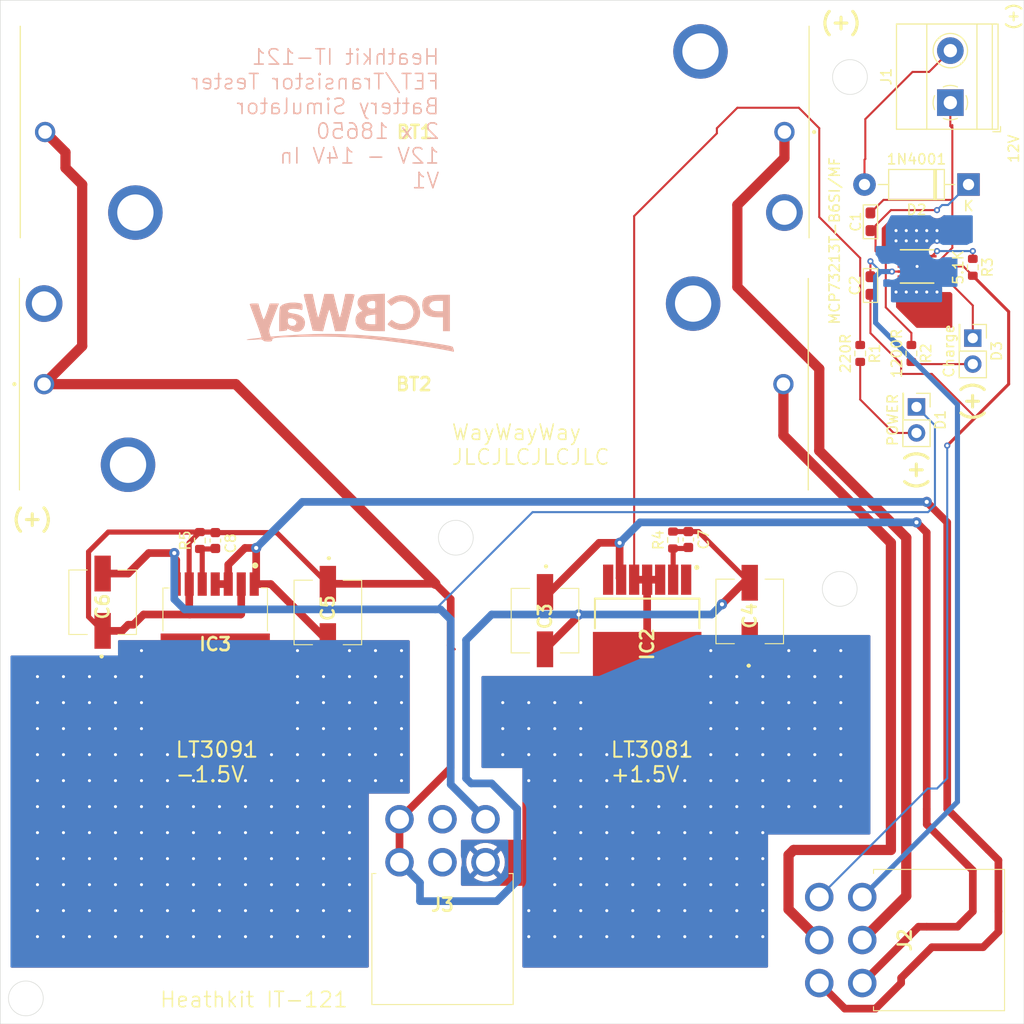
<source format=kicad_pcb>
(kicad_pcb (version 20240108) (generator "pcbnew") (generator_version "8.0")
  (layers (0 "F.Cu" signal) (31 "B.Cu" signal) (34 "B.Paste" user) (35 "F.Paste" user) (36 "B.SilkS" user "B.Silkscreen") (37 "F.SilkS" user "F.Silkscreen") (38 "B.Mask" user) (39 "F.Mask" user) (44 "Edge.Cuts" user))
  (net 0 "")
  (net 1 "BT1")
  (net 2 "BT2")
  (net 3 "Net-(D2-A)")
  (net 4 "B+_UNREG")
  (net 5 "VIRTUAL_GROUND")
  (net 6 "B-_UNREG")
  (net 7 "POS_ALKALINE")
  (net 8 "NEG_ALKALINE")
  (net 9 "POS_SET")
  (net 10 "NEG_SET")
  (net 11 "Net-(D1-A)")
  (net 12 "V_CHARGE")
  (net 13 "Net-(D3-A)")
  (net 14 "MCP_STATUS")
  (net 15 "GND_CHARGE")
  (net 16 "Net-(IC1-PROG)")
  (net 17 "VBAT")
  (net 20 "unconnected-(IC1-EP-Pad11)")
  (footprint "Battery:1043" (layer "F.Cu") (at 126.6 62.87)
    (property "Reference" "BT1")
    (property "Value" "18650" (hide yes))
  )
  (footprint "Resistor_SMD:R_0603_1608Metric" (layer "F.Cu") (at 115.71 102.725 90)
    (property "Reference" "R4")
    (property "Value" "30.1K")
  )
  (footprint "PCM_Capacitor_SMD_AKL:C_0603_1608Metric_Pad1.08x0.95mm_HandSolder" (layer "F.Cu") (at 135 71.6375 90)
    (property "Reference" "C1")
    (property "Value" "1uF")
  )
  (footprint "WurthCap:865080343009" (layer "F.Cu") (at 82 108.675 -90)
    (property "Reference" "C5")
    (property "Value" "100uF" (hide yes))
  )
  (footprint "Resistor_SMD:R_0603_1608Metric" (layer "F.Cu") (at 134 84.5 -90)
    (property "Reference" "R1")
    (property "Value" "220R")
  )
  (footprint "Battery:1043" (layer "F.Cu") (at 54.28 87.5 180)
    (property "Reference" "BT2")
    (property "Value" "18650" (hide yes))
  )
  (footprint "pcie:455580003" (layer "F.Cu") (at 97.4 134.2 180)
    (property "Reference" "J3")
    (property "Value" "POWER OUT" (hide yes))
  )
  (footprint "Resistor_SMD:R_0603_1608Metric" (layer "F.Cu") (at 69.5 102.773282 90)
    (property "Reference" "R5")
    (property "Value" "30.1K")
  )
  (footprint "Resistor_SMD:R_0603_1608Metric" (layer "F.Cu") (at 139 84.5 -90)
    (property "Reference" "R2")
    (property "Value" "1200R")
  )
  (footprint "WurthCap:865080343009" (layer "F.Cu") (at 123.21 110.825 90)
    (property "Reference" "C4")
    (property "Value" "100uF" (hide yes))
  )
  (footprint "WurthCap:865080343009" (layer "F.Cu") (at 60 109.925 90)
    (property "Reference" "C6")
    (property "Value" "100uF" (hide yes))
  )
  (footprint "pcie:455580003" (layer "F.Cu") (at 134.2 137.6 -90)
    (property "Reference" "J2")
    (property "Value" "SWITCH" (hide yes))
  )
  (footprint "Connector_PinHeader_2.54mm:PinHeader_2x01_P2.54mm_Vertical" (layer "F.Cu") (at 145 83 -90)
    (property "Reference" "D3")
    (property "Value" "Charge")
  )
  (footprint "LT3091:LT3091HRPBF" (layer "F.Cu") (at 71 111.664 180)
    (property "Reference" "IC3")
    (property "Value" "LT3091HR#PBF" (hide yes))
  )
  (footprint "MCP73213T:DFN10_3x3MC_MCH-M" (layer "F.Cu") (at 139.5554 75.999999)
    (property "Reference" "IC1" (hide yes))
    (property "Value" "MCP73213T-B6SI/MF")
  )
  (footprint "Capacitor_SMD:C_0603_1608Metric" (layer "F.Cu") (at 117.21 102.675 90)
    (property "Reference" "C7")
    (property "Value" "1uF")
  )
  (footprint "Connector_PinHeader_2.54mm:PinHeader_2x01_P2.54mm_Vertical" (layer "F.Cu") (at 139.5 89.725 -90)
    (property "Reference" "D1")
    (property "Value" "POWER")
  )
  (footprint "Capacitor_SMD:C_0603_1608Metric" (layer "F.Cu") (at 71.010312 102.775 90)
    (property "Reference" "C8")
    (property "Value" "1uF")
  )
  (footprint "LT3081:TO127P1394X457-8N" (layer "F.Cu") (at 113.19 112.9 -90)
    (property "Reference" "IC2")
    (property "Value" "LT3081ER#PBF" (hide yes))
  )
  (footprint "WurthCap:865080343009" (layer "F.Cu") (at 103.21 109.475 -90)
    (property "Reference" "C3")
    (property "Value" "100uF" (hide yes))
  )
  (footprint "Diode_THT:D_DO-41_SOD81_P10.16mm_Horizontal" (layer "F.Cu") (at 144.58 68 180)
    (property "Reference" "D2")
    (property "Value" "1N4001")
  )
  (footprint "TerminalBlock_Phoenix:TerminalBlock_Phoenix_MKDS-1,5-2-5.08_1x02_P5.08mm_Horizontal" (layer "F.Cu") (at 142.805 60 90)
    (property "Reference" "J1")
    (property "Value" "12V")
  )
  (footprint "Resistor_SMD:R_0603_1608Metric" (layer "F.Cu") (at 145 76.0875 -90)
    (property "Reference" "R3")
    (property "Value" "5.1K")
  )
  (footprint "PCM_Capacitor_SMD_AKL:C_0603_1608Metric_Pad1.08x0.95mm_HandSolder" (layer "F.Cu") (at 135 77.8625 -90)
    (property "Reference" "C2")
    (property "Value" "1uF")
  )
  (footprint "pcbway:PCBWAY_LOGO" (layer "B.Cu") (at 83 81.225049 180)
    (property "Reference" "G***" (hide yes))
    (property "Value" "LOGO" (hide yes))
  )
  (gr_circle (center 94.5 102.5) (end 96.2 102.5) (stroke (width 0.05)) (fill none) (layer "Edge.Cuts"))
  (gr_circle (center 52.5 147.5) (end 54.2 147.5) (stroke (width 0.05)) (fill none) (layer "Edge.Cuts"))
  (gr_rect (start 50 50) (end 150 150) (stroke (width 0.05)) (fill none) (layer "Edge.Cuts"))
  (gr_circle (center 133 57.5) (end 134.7 57.5) (stroke (width 0.05)) (fill none) (layer "Edge.Cuts"))
  (gr_circle (center 132 107.5) (end 133.7 107.5) (stroke (width 0.05)) (fill none) (layer "Edge.Cuts"))
  (gr_text "Heathkit IT-121\nFET/Transistor Tester\nBattery Simulator\n2 x 18650\n12V - 14V In\nV1" (at 93 68.5 0) (layer "B.SilkS") (effects (font (size 1.5 1.5)) (justify left bottom mirror)))
  (gr_text "(+)" (at 130 53 0) (layer "F.SilkS") (effects (font (size 1.5 1.5) (thickness 0.3) (bold yes)) (justify left bottom)))
  (gr_text "LT3091\n-1.5V" (at 67 126.5 0) (layer "F.SilkS") (effects (font (size 1.5 1.5) (thickness 0.2) (bold yes)) (justify left bottom)))
  (gr_text "Heathkit IT-121\n" (at 65.5 148.5 0) (layer "F.SilkS") (effects (font (size 1.5 1.5)) (justify left bottom)))
  (gr_text "(+)" (at 145.746132 91.296084 90) (layer "F.SilkS") (effects (font (size 1.5 1.5) (thickness 0.3) (bold yes)) (justify left bottom)))
  (gr_text "(+)" (at 140.25185 97.999157 90) (layer "F.SilkS") (effects (font (size 1.5 1.5) (thickness 0.3) (bold yes)) (justify left bottom)))
  (gr_text "(+)" (at 149.5 53 90) (layer "F.SilkS") (effects (font (size 1 1) (thickness 0.2) (bold yes)) (justify left bottom)))
  (gr_text "WayWayWay\nJLCJLCJLCJLC" (at 94 95.5 0) (layer "F.SilkS") (effects (font (size 1.5 1.5)) (justify left bottom)))
  (gr_text "LT3081\n+1.5V" (at 109.5 126.5 0) (layer "F.SilkS") (effects (font (size 1.5 1.5) (thickness 0.2) (bold yes)) (justify left bottom)))
  (gr_text "(+)" (at 51 101.5 0) (layer "F.SilkS") (effects (font (size 1.5 1.5) (thickness 0.3) (bold yes)) (justify left bottom)))
  (segment (start 138.5 102.5) (end 138.5 137.5) (width 1) (layer "F.Cu") (net 1))
  (segment (start 138.5 137.5) (end 134.2 141.8) (width 1) (layer "F.Cu") (net 1))
  (segment (start 122 70) (end 122 78) (width 1) (layer "F.Cu") (net 1))
  (segment (start 126.6 65.4) (end 122 70) (width 1) (layer "F.Cu") (net 1))
  (segment (start 122 78) (end 130 86) (width 1) (layer "F.Cu") (net 1))
  (segment (start 130 86) (end 130 94) (width 1) (layer "F.Cu") (net 1))
  (segment (start 126.6 62.87) (end 126.6 65.4) (width 1) (layer "F.Cu") (net 1))
  (segment (start 130 94) (end 138.5 102.5) (width 1) (layer "F.Cu") (net 1))
  (segment (start 127 138.8) (end 130 141.8) (width 1) (layer "F.Cu") (net 2))
  (segment (start 137 103) (end 137 133) (width 1) (layer "F.Cu") (net 2))
  (segment (start 137 133) (end 127.5 133) (width 1) (layer "F.Cu") (net 2))
  (segment (start 127 133.5) (end 127 138.8) (width 1) (layer "F.Cu") (net 2))
  (segment (start 126.5 87.5) (end 126.5 92.5) (width 1) (layer "F.Cu") (net 2))
  (segment (start 126.5 92.5) (end 137 103) (width 1) (layer "F.Cu") (net 2))
  (segment (start 127.5 133) (end 127 133.5) (width 1) (layer "F.Cu") (net 2))
  (segment (start 139.109487 57) (end 140.725 57) (width 0.2) (layer "F.Cu") (net 3))
  (segment (start 134.42 65.58) (end 134.5 65.5) (width 0.2) (layer "F.Cu") (net 3))
  (segment (start 134.5 61.609487) (end 139.109487 57) (width 0.2) (layer "F.Cu") (net 3))
  (segment (start 134.42 68) (end 134.42 65.58) (width 0.2) (layer "F.Cu") (net 3))
  (segment (start 134.5 65.5) (end 134.5 61.609487) (width 0.2) (layer "F.Cu") (net 3))
  (segment (start 140.725 57) (end 142.805 54.92) (width 0.2) (layer "F.Cu") (net 3))
  (segment (start 110.5 106.45) (end 110.65 106.6) (width 0.75) (layer "F.Cu") (net 4))
  (segment (start 110.5 103) (end 110.5 106.45) (width 0.75) (layer "F.Cu") (net 4))
  (segment (start 144.5 139.5) (end 145 139) (width 0.75) (layer "F.Cu") (net 4))
  (segment (start 103.21 107.8) (end 103.7 107.8) (width 0.75) (layer "F.Cu") (net 4))
  (segment (start 140.5 140.5) (end 143.5 140.5) (width 0.75) (layer "F.Cu") (net 4))
  (segment (start 145 139) (end 145 135) (width 0.75) (layer "F.Cu") (net 4))
  (segment (start 103.7 107.8) (end 108.5 103) (width 0.75) (layer "F.Cu") (net 4))
  (segment (start 143.5 140.5) (end 144.5 139.5) (width 0.75) (layer "F.Cu") (net 4))
  (segment (start 139.7 140.5) (end 140.5 140.5) (width 0.75) (layer "F.Cu") (net 4))
  (segment (start 140.5 129) (end 140.5 102) (width 0.75) (layer "F.Cu") (net 4))
  (segment (start 108.5 103) (end 110.5 103) (width 0.75) (layer "F.Cu") (net 4))
  (segment (start 134.2 146) (end 139.7 140.5) (width 0.75) (layer "F.Cu") (net 4))
  (segment (start 145 135) (end 140.5 130.5) (width 0.75) (layer "F.Cu") (net 4))
  (segment (start 140.5 102) (end 139.5 101) (width 0.75) (layer "F.Cu") (net 4))
  (segment (start 140.5 130.5) (end 140.5 129) (width 0.75) (layer "F.Cu") (net 4))
  (via (at 110.5 103) (size 1) (drill 0.4) (layers "F.Cu" "B.Cu") (net 4))
  (via (at 139.5 101) (size 1) (drill 0.4) (layers "F.Cu" "B.Cu") (net 4))
  (segment (start 112.5 101) (end 110.5 103) (width 0.75) (layer "B.Cu") (net 4))
  (segment (start 139.5 101) (end 112.5 101) (width 0.75) (layer "B.Cu") (net 4))
  (segment (start 106.5 110.11) (end 106.5 110) (width 0.2) (layer "F.Cu") (net 5))
  (segment (start 60.551718 101.948282) (end 69.5 101.948282) (width 0.5) (layer "F.Cu") (net 5))
  (segment (start 89 134.2) (end 89 130) (width 0.75) (layer "F.Cu") (net 5))
  (segment (start 58 68) (end 58 83.78) (width 1) (layer "F.Cu") (net 5))
  (segment (start 62.5 111) (end 61.9 111.6) (width 0.75) (layer "F.Cu") (net 5))
  (segment (start 92.5 107) (end 94 108.5) (width 0.75) (layer "F.Cu") (net 5))
  (segment (start 77 102) (end 82 107) (width 0.5) (layer "F.Cu") (net 5))
  (segment (start 68.45 102.998282) (end 69.5 101.948282) (width 0.5) (layer "F.Cu") (net 5))
  (segment (start 103.21 113.4) (end 106.5 110.11) (width 0.75) (layer "F.Cu") (net 5))
  (segment (start 94 108.5) (end 94 113) (width 0.75) (layer "F.Cu") (net 5))
  (segment (start 117.21 101.9) (end 118.21 101.9) (width 0.5) (layer "F.Cu") (net 5))
  (segment (start 61.9 111.6) (end 60 111.6) (width 0.75) (layer "F.Cu") (net 5))
  (segment (start 68.45 107.018) (end 68.45 102.998282) (width 0.5) (layer "F.Cu") (net 5))
  (segment (start 64 110) (end 63 111) (width 0.75) (layer "F.Cu") (net 5))
  (segment (start 58.625 103.875) (end 60.551718 101.948282) (width 0.5) (layer "F.Cu") (net 5))
  (segment (start 68.46 107.028) (end 68.46 109.96) (width 0.75) (layer "F.Cu") (net 5))
  (segment (start 73.54 109.96) (end 73.54 107.028) (width 0.75) (layer "F.Cu") (net 5))
  (segment (start 56.3725 64.8625) (end 56.3725 66.3725) (width 1) (layer "F.Cu") (net 5))
  (segment (start 68.5 110) (end 64 110) (width 0.75) (layer "F.Cu") (net 5))
  (segment (start 68.46 109.96) (end 68.5 110) (width 0.75) (layer "F.Cu") (net 5))
  (segment (start 73.5 110) (end 73.54 109.96) (width 0.75) (layer "F.Cu") (net 5))
  (segment (start 69.5 101.948282) (end 70.958594 101.948282) (width 0.5) (layer "F.Cu") (net 5))
  (segment (start 94 125) (end 89 130) (width 0.75) (layer "F.Cu") (net 5))
  (segment (start 94.4 113.4) (end 94 113) (width 0.2) (layer "F.Cu") (net 5))
  (segment (start 117.21 101.9) (end 115.71 101.9) (width 0.5) (layer "F.Cu") (net 5))
  (segment (start 94 113) (end 94 125) (width 0.75) (layer "F.Cu") (net 5))
  (segment (start 54.28 87.5) (end 73 87.5) (width 1) (layer "F.Cu") (net 5))
  (segment (start 56.3725 66.3725) (end 58 68) (width 1) (layer "F.Cu") (net 5))
  (segment (start 60 111.6) (end 58.625 110.225) (width 0.5) (layer "F.Cu") (net 5))
  (segment (start 58 83.78) (end 54.28 87.5) (width 1) (layer "F.Cu") (net 5))
  (segment (start 120.5 109) (end 122.6 106.9) (width 0.75) (layer "F.Cu") (net 5))
  (segment (start 58.625 110.225) (end 58.625 103.875) (width 0.5) (layer "F.Cu") (net 5))
  (segment (start 54.38 62.87) (end 56.3725 64.8625) (width 1) (layer "F.Cu") (net 5))
  (segment (start 82 107) (end 92.5 107) (width 0.75) (layer "F.Cu") (net 5))
  (segment (start 70.958594 101.948282) (end 71.010312 102) (width 0.2) (layer "F.Cu") (net 5))
  (segment (start 63 111) (end 62.5 111) (width 0.75) (layer "F.Cu") (net 5))
  (segment (start 73 87.5) (end 92.5 107) (width 1) (layer "F.Cu") (net 5))
  (segment (start 118.21 101.9) (end 123.21 106.9) (width 0.5) (layer "F.Cu") (net 5))
  (segment (start 68.5 110) (end 73.5 110) (width 0.75) (layer "F.Cu") (net 5))
  (segment (start 122.6 106.9) (end 123.21 106.9) (width 0.2) (layer "F.Cu") (net 5))
  (segment (start 68.46 107.028) (end 68.45 107.018) (width 0.5) (layer "F.Cu") (net 5))
  (segment (start 71.010312 102) (end 77 102) (width 0.5) (layer "F.Cu") (net 5))
  (via (at 106.5 110) (size 1) (drill 0.4) (layers "F.Cu" "B.Cu") (net 5))
  (via (at 120.5 109) (size 1) (drill 0.4) (layers "F.Cu" "B.Cu") (net 5))
  (segment (start 98 110) (end 95.5 112.5) (width 0.75) (layer "B.Cu") (net 5))
  (segment (start 95.5 112.5) (end 95.5 126) (width 0.75) (layer "B.Cu") (net 5))
  (segment (start 100.5 136) (end 98.5 138) (width 0.75) (layer "B.Cu") (net 5))
  (segment (start 91 136.2) (end 89 134.2) (width 0.75) (layer "B.Cu") (net 5))
  (segment (start 100.5 129) (end 100.5 136) (width 0.75) (layer "B.Cu") (net 5))
  (segment (start 106.5 110) (end 98 110) (width 0.75) (layer "B.Cu") (net 5))
  (segment (start 91 138) (end 91 136.2) (width 0.75) (layer "B.Cu") (net 5))
  (segment (start 119.5 110) (end 120.5 109) (width 0.75) (layer "B.Cu") (net 5))
  (segment (start 106.5 110) (end 119.5 110) (width 0.75) (layer "B.Cu") (net 5))
  (segment (start 98.5 138) (end 91 138) (width 0.75) (layer "B.Cu") (net 5))
  (segment (start 96 126.5) (end 98 126.5) (width 0.75) (layer "B.Cu") (net 5))
  (segment (start 95.5 126) (end 96 126.5) (width 0.75) (layer "B.Cu") (net 5))
  (segment (start 98 126.5) (end 100.5 129) (width 0.75) (layer "B.Cu") (net 5))
  (segment (start 146.5 133) (end 142.5 129) (width 0.75) (layer "F.Cu") (net 6))
  (segment (start 147.5 139) (end 147.5 134) (width 0.75) (layer "F.Cu") (net 6))
  (segment (start 142.5 129) (end 142.5 101) (width 0.75) (layer "F.Cu") (net 6))
  (segment (start 72.27 105.135) (end 72.27 107.028) (width 0.75) (layer "F.Cu") (net 6))
  (segment (start 130 146) (end 132.5 148.5) (width 0.75) (layer "F.Cu") (net 6))
  (segment (start 72.27 107.028) (end 71 107.028) (width 0.75) (layer "F.Cu") (net 6))
  (segment (start 75 103.5) (end 75 106.838) (width 0.75) (layer "F.Cu") (net 6))
  (segment (start 75 106.838) (end 74.81 107.028) (width 0.75) (layer "F.Cu") (net 6))
  (segment (start 135.5 148.5) (end 138 146) (width 0.75) (layer "F.Cu") (net 6))
  (segment (start 138 145.5) (end 141 142.5) (width 0.75) (layer "F.Cu") (net 6))
  (segment (start 73.905 103.5) (end 72.27 105.135) (width 0.75) (layer "F.Cu") (net 6))
  (segment (start 147.5 141) (end 147.5 139) (width 0.75) (layer "F.Cu") (net 6))
  (segment (start 132.5 148.5) (end 135.5 148.5) (width 0.75) (layer "F.Cu") (net 6))
  (segment (start 142.5 101) (end 140.5 99) (width 0.75) (layer "F.Cu") (net 6))
  (segment (start 146 142.5) (end 147.5 141) (width 0.75) (layer "F.Cu") (net 6))
  (segment (start 147.5 134) (end 146.5 133) (width 0.75) (layer "F.Cu") (net 6))
  (segment (start 74.81 107.028) (end 76.428 107.028) (width 0.75) (layer "F.Cu") (net 6))
  (segment (start 141 142.5) (end 146 142.5) (width 0.75) (layer "F.Cu") (net 6))
  (segment (start 138 146) (end 138 145.5) (width 0.75) (layer "F.Cu") (net 6))
  (segment (start 75 103.5) (end 73.905 103.5) (width 0.75) (layer "F.Cu") (net 6))
  (segment (start 76.428 107.028) (end 82 112.6) (width 0.75) (layer "F.Cu") (net 6))
  (via (at 81.573523 128.768571) (size 0.6) (drill 0.3) (layers "F.Cu" "B.Cu") (net 6))
  (via (at 63.793523 141.468571) (size 0.6) (drill 0.3) (layers "F.Cu" "B.Cu") (net 6))
  (via (at 58.713523 136.388571) (size 0.6) (drill 0.3) (layers "F.Cu" "B.Cu") (net 6))
  (via (at 61.253523 123.688571) (size 0.6) (drill 0.3) (layers "F.Cu" "B.Cu") (net 6))
  (via (at 79.033523 138.928571) (size 0.6) (drill 0.3) (layers "F.Cu" "B.Cu") (net 6))
  (via (at 63.793523 121.148571) (size 0.6) (drill 0.3) (layers "F.Cu" "B.Cu") (net 6))
  (via (at 66.333523 133.848571) (size 0.6) (drill 0.3) (layers "F.Cu" "B.Cu") (net 6))
  (via (at 61.253523 138.928571) (size 0.6) (drill 0.3) (layers "F.Cu" "B.Cu") (net 6))
  (via (at 53.633523 133.848571) (size 0.6) (drill 0.3) (layers "F.Cu" "B.Cu") (net 6))
  (via (at 63.793523 116.068571) (size 0.6) (drill 0.3) (layers "F.Cu" "B.Cu") (net 6))
  (via (at 61.253523 126.228571) (size 0.6) (drill 0.3) (layers "F.Cu" "B.Cu") (net 6))
  (via (at 79.033523 123.688571) (size 0.6) (drill 0.3) (layers "F.Cu" "B.Cu") (net 6))
  (via (at 66.333523 126.228571) (size 0.6) (drill 0.3) (layers "F.Cu" "B.Cu") (net 6))
  (via (at 53.633523 131.308571) (size 0.6) (drill 0.3) (layers "F.Cu" "B.Cu") (net 6))
  (via (at 79.033523 116.068571) (size 0.6) (drill 0.3) (layers "F.Cu" "B.Cu") (net 6))
  (via (at 71.413523 141.468571) (size 0.6) (drill 0.3) (layers "F.Cu" "B.Cu") (net 6))
  (via (at 56.173523 123.688571) (size 0.6) (drill 0.3) (layers "F.Cu" "B.Cu") (net 6))
  (via (at 58.713523 128.768571) (size 0.6) (drill 0.3) (layers "F.Cu" "B.Cu") (net 6))
  (via (at 53.633523 128.768571) (size 0.6) (drill 0.3) (layers "F.Cu" "B.Cu") (net 6))
  (via (at 68.873523 133.848571) (size 0.6) (drill 0.3) (layers "F.Cu" "B.Cu") (net 6))
  (via (at 81.573523 126.228571) (size 0.6) (drill 0.3) (layers "F.Cu" "B.Cu") (net 6))
  (via (at 84.113523 131.308571) (size 0.6) (drill 0.3) (layers "F.Cu" "B.Cu") (net 6))
  (via (at 66.333523 131.308571) (size 0.6) (drill 0.3) (layers "F.Cu" "B.Cu") (net 6))
  (via (at 84.113523 113.528571) (size 0.6) (drill 0.3) (layers "F.Cu" "B.Cu") (net 6))
  (via (at 76.493523 123.688571) (size 0.6) (drill 0.3) (layers "F.Cu" "B.Cu") (net 6))
  (via (at 86.653523 118.608571) (size 0.6) (drill 0.3) (layers "F.Cu" "B.Cu") (net 6))
  (via (at 89.193523 116.068571) (size 0.6) (drill 0.3) (layers "F.Cu" "B.Cu") (net 6))
  (via (at 81.573523 136.388571) (size 0.6) (drill 0.3) (layers "F.Cu" "B.Cu") (net 6))
  (via (at 63.793523 128.768571) (size 0.6) (drill 0.3) (layers "F.Cu" "B.Cu") (net 6))
  (via (at 84.113523 141.468571) (size 0.6) (drill 0.3) (layers "F.Cu" "B.Cu") (net 6))
  (via (at 76.493523 138.928571) (size 0.6) (drill 0.3) (layers "F.Cu" "B.Cu") (net 6))
  (via (at 76.493523 136.388571) (size 0.6) (drill 0.3) (layers "F.Cu" "B.Cu") (net 6))
  (via (at 86.653523 126.228571) (size 0.6) (drill 0.3) (layers "F.Cu" "B.Cu") (net 6))
  (via (at 66.333523 123.688571) (size 0.6) (drill 0.3) (layers "F.Cu" "B.Cu") (net 6))
  (via (at 84.113523 121.148571) (size 0.6) (drill 0.3) (layers "F.Cu" "B.Cu") (net 6))
  (via (at 73.953523 128.768571) (size 0.6) (drill 0.3) (layers "F.Cu" "B.Cu") (net 6))
  (via (at 53.633523 121.148571) (size 0.6) (drill 0.3) (layers "F.Cu" "B.Cu") (net 6))
  (via (at 81.573523 141.468571) (size 0.6) (drill 0.3) (layers "F.Cu" "B.Cu") (net 6))
  (via (at 79.033523 118.608571) (size 0.6) (drill 0.3) (layers "F.Cu" "B.Cu") (net 6))
  (via (at 61.253523 116.068571) (size 0.6) (drill 0.3) (layers "F.Cu" "B.Cu") (net 6))
  (via (at 86.653523 121.148571) (size 0.6) (drill 0.3) (layers "F.Cu" "B.Cu") (net 6))
  (via (at 56.173523 136.388571) (size 0.6) (drill 0.3) (layers "F.Cu" "B.Cu") (net 6))
  (via (at 63.793523 123.688571) (size 0.6) (drill 0.3) (layers "F.Cu" "B.Cu") (net 6))
  (via (at 81.573523 131.308571) (size 0.6) (drill 0.3) (layers "F.Cu" "B.Cu") (net 6))
  (via (at 68.873523 128.768571) (size 0.6) (drill 0.3) (layers "F.Cu" "B.Cu") (net 6))
  (via (at 63.793523 136.388571) (size 0.6) (drill 0.3) (layers "F.Cu" "B.Cu") (net 6))
  (via (at 71.413523 126.228571) (size 0.6) (drill 0.3) (layers "F.Cu" "B.Cu") (net 6))
  (via (at 66.333523 136.388571) (size 0.6) (drill 0.3) (layers "F.Cu" "B.Cu") (net 6))
  (via (at 81.573523 118.608571) (size 0.6) (drill 0.3) (layers "F.Cu" "B.Cu") (net 6))
  (via (at 61.253523 136.388571) (size 0.6) (drill 0.3) (layers "F.Cu" "B.Cu") (net 6))
  (via (at 63.793523 133.848571) (size 0.6) (drill 0.3) (layers "F.Cu" "B.Cu") (net 6))
  (via (at 58.713523 116.068571) (size 0.6) (drill 0.3) (layers "F.Cu" "B.Cu") (net 6))
  (via (at 73.953523 123.688571) (size 0.6) (drill 0.3) (layers "F.Cu" "B.Cu") (net 6))
  (via (at 56.173523 133.848571) (size 0.6) (drill 0.3) (layers "F.Cu" "B.Cu") (net 6))
  (via (at 53.633523 123.688571) (size 0.6) (drill 0.3) (layers "F.Cu" "B.Cu") (net 6))
  (via (at 73.953523 138.928571) (size 0.6) (drill 0.3) (layers "F.Cu" "B.Cu") (net 6))
  (via (at 84.113523 123.688571) (size 0.6) (drill 0.3) (layers "F.Cu" "B.Cu") (net 6))
  (via (at 81.573523 138.928571) (size 0.6) (drill 0.3) (layers "F.Cu" "B.Cu") (net 6))
  (via (at 81.573523 116.068571) (size 0.6) (drill 0.3) (layers "F.Cu" "B.Cu") (net 6))
  (via (at 66.333523 128.768571) (size 0.6) (drill 0.3) (layers "F.Cu" "B.Cu") (net 6))
  (via (at 66.333523 138.928571) (size 0.6) (drill 0.3) (layers "F.Cu" "B.Cu") (net 6))
  (via (at 68.873523 123.688571) (size 0.6) (drill 0.3) (layers "F.Cu" "B.Cu") (net 6))
  (via (at 56.173523 138.928571) (size 0.6) (drill 0.3) (layers "F.Cu" "B.Cu") (net 6))
  (via (at 58.713523 126.228571) (size 0.6) (drill 0.3) (layers "F.Cu" "B.Cu") (net 6))
  (via (at 61.253523 128.768571) (size 0.6) (drill 0.3) (layers "F.Cu" "B.Cu") (net 6))
  (via (at 79.033523 128.768571) (size 0.6) (drill 0.3) (layers "F.Cu" "B.Cu") (net 6))
  (via (at 71.413523 128.768571) (size 0.6) (drill 0.3) (layers "F.Cu" "B.Cu") (net 6))
  (via (at 86.653523 116.068571) (size 0.6) (drill 0.3) (layers "F.Cu" "B.Cu") (net 6))
  (via (at 61.253523 118.608571) (size 0.6) (drill 0.3) (layers "F.Cu" "B.Cu") (net 6))
  (via (at 68.873523 141.468571) (size 0.6) (drill 0.3) (layers "F.Cu" "B.Cu") (net 6))
  (via (at 140.5 99) (size 1) (drill 0.4) (layers "F.Cu" "B.Cu") (net 6))
  (via (at 71.413523 131.308571) (size 0.6) (drill 0.3) (layers "F.Cu" "B.Cu") (net 6))
  (via (at 63.793523 138.928571) (size 0.6) (drill 0.3) (layers "F.Cu" "B.Cu") (net 6))
  (via (at 89.193523 118.608571) (size 0.6) (drill 0.3) (layers "F.Cu" "B.Cu") (net 6))
  (via (at 61.253523 121.148571) (size 0.6) (drill 0.3) (layers "F.Cu" "B.Cu") (net 6))
  (via (at 79.033523 136.388571) (size 0.6) (drill 0.3) (layers "F.Cu" "B.Cu") (net 6))
  (via (at 58.713523 133.848571) (size 0.6) (drill 0.3) (layers "F.Cu" "B.Cu") (net 6))
  (via (at 89.193523 123.688571) (size 0.6) (drill 0.3) (layers "F.Cu" "B.Cu") (net 6))
  (via (at 68.873523 131.308571) (size 0.6) (drill 0.3) (layers "F.Cu" "B.Cu") (net 6))
  (via (at 84.113523 133.848571) (size 0.6) (drill 0.3) (layers "F.Cu" "B.Cu") (net 6))
  (via (at 71.413523 136.388571) (size 0.6) (drill 0.3) (layers "F.Cu" "B.Cu") (net 6))
  (via (at 56.173523 118.608571) (size 0.6) (drill 0.3) (layers "F.Cu" "B.Cu") (net 6))
  (via (at 73.953523 131.308571) (size 0.6) (drill 0.3) (layers "F.Cu" "B.Cu") (net 6))
  (via (at 58.713523 138.928571) (size 0.6) (drill 0.3) (layers "F.Cu" "B.Cu") (net 6))
  (via (at 58.713523 123.688571) (size 0.6) (drill 0.3) (layers "F.Cu" "B.Cu") (net 6))
  (via (at 63.793523 113.528571) (size 0.6) (drill 0.3) (layers "F.Cu" "B.Cu") (net 6))
  (via (at 68.873523 136.388571) (size 0.6) (drill 0.3) (layers "F.Cu" "B.Cu") (net 6))
  (via (at 86.653523 123.688571) (size 0.6) (drill 0.3) (layers "F.Cu" "B.Cu") (net 6))
  (via (at 58.713523 141.468571) (size 0.6) (drill 0.3) (layers "F.Cu" "B.Cu") (net 6))
  (via (at 61.253523 141.468571) (size 0.6) (drill 0.3) (layers "F.Cu" "B.Cu") (net 6))
  (via (at 84.113523 136.388571) (size 0.6) (drill 0.3) (layers "F.Cu" "B.Cu") (net 6))
  (via (at 58.713523 118.608571) (size 0.6) (drill 0.3) (layers "F.Cu" "B.Cu") (net 6))
  (via (at 63.793523 118.608571) (size 0.6) (drill 0.3) (layers "F.Cu" "B.Cu") (net 6))
  (via (at 71.413523 123.688571) (size 0.6) (drill 0.3) (layers "F.Cu" "B.Cu") (net 6))
  (via (at 63.793523 126.228571) (size 0.6) (drill 0.3) (layers "F.Cu" "B.Cu") (net 6))
  (via (at 73.953523 133.848571) (size 0.6) (drill 0.3) (layers "F.Cu" "B.Cu") (net 6))
  (via (at 76.493523 126.228571) (size 0.6) (drill 0.3) (layers "F.Cu" "B.Cu") (net 6))
  (via (at 56.173523 128.768571) (size 0.6) (drill 0.3) (layers "F.Cu" "B.Cu") (net 6))
  (via (at 84.113523 138.928571) (size 0.6) (drill 0.3) (layers "F.Cu" "B.Cu") (net 6))
  (via (at 76.493523 131.308571) (size 0.6) (drill 0.3) (layers "F.Cu" "B.Cu") (net 6))
  (via (at 73.953523 126.228571) (size 0.6) (drill 0.3) (layers "F.Cu" "B.Cu") (net 6))
  (via (at 79.033523 113.528571) (size 0.6) (drill 0.3) (layers "F.Cu" "B.Cu") (net 6))
  (via (at 73.953523 136.388571) (size 0.6) (drill 0.3) (layers "F.Cu" "B.Cu") (net 6))
  (via (at 89.193523 121.148571) (size 0.6) (drill 0.3) (layers "F.Cu" "B.Cu") (net 6))
  (via (at 56.173523 121.148571) (size 0.6) (drill 0.3) (layers "F.Cu" "B.Cu") (net 6))
  (via (at 53.633523 136.388571) (size 0.6) (drill 0.3) (layers "F.Cu" "B.Cu") (net 6))
  (via (at 76.493523 128.768571) (size 0.6) (drill 0.3) (layers "F.Cu" "B.Cu") (net 6))
  (via (at 53.633523 116.068571) (size 0.6) (drill 0.3) (layers "F.Cu" "B.Cu") (net 6))
  (via (at 58.713523 131.308571) (size 0.6) (drill 0.3) (layers "F.Cu" "B.Cu") (net 6))
  (via (at 68.873523 126.228571) (size 0.6) (drill 0.3) (layers "F.Cu" "B.Cu") (net 6))
  (via (at 89.193523 113.528571) (size 0.6) (drill 0.3) (layers "F.Cu" "B.Cu") (net 6))
  (via (at 61.253523 131.308571) (size 0.6) (drill 0.3) (layers "F.Cu" "B.Cu") (net 6))
  (via (at 76.493523 133.848571) (size 0.6) (drill 0.3) (layers "F.Cu" "B.Cu") (net 6))
  (via (at 84.113523 118.608571) (size 0.6) (drill 0.3) (layers "F.Cu" "B.Cu") (net 6))
  (via (at 86.653523 113.528571) (size 0.6) (drill 0.3) (layers "F.Cu" "B.Cu") (net 6))
  (via (at 81.573523 121.148571) (size 0.6) (drill 0.3) (layers "F.Cu" "B.Cu") (net 6))
  (via (at 53.633523 118.608571) (size 0.6) (drill 0.3) (layers "F.Cu" "B.Cu") (net 6))
  (via (at 79.033523 126.228571) (size 0.6) (drill 0.3) (layers "F.Cu" "B.Cu") (net 6))
  (via (at 79.033523 121.148571) (size 0.6) (drill 0.3) (layers "F.Cu" "B.Cu") (net 6))
  (via (at 89.193523 126.228571) (size 0.6) (drill 0.3) (layers "F.Cu" "B.Cu") (net 6))
  (via (at 71.413523 138.928571) (size 0.6) (drill 0.3) (layers "F.Cu" "B.Cu") (net 6))
  (via (at 71.413523 133.848571) (size 0.6) (drill 0.3) (layers "F.Cu" "B.Cu") (net 6))
  (via (at 53.633523 126.228571) (size 0.6) (drill 0.3) (layers "F.Cu" "B.Cu") (net 6))
  (via (at 79.033523 133.848571) (size 0.6) (drill 0.3) (layers "F.Cu" "B.Cu") (net 6))
  (via (at 56.173523 131.308571) (size 0.6) (drill 0.3) (layers "F.Cu" "B.Cu") (net 6))
  (via (at 53.633523 138.928571) (size 0.6) (drill 0.3) (layers "F.Cu" "B.Cu") (net 6))
  (via (at 84.113523 126.228571) (size 0.6) (drill 0.3) (layers "F.Cu" "B.Cu") (net 6))
  (via (at 79.033523 131.308571) (size 0.6) (drill 0.3) (layers "F.Cu" "B.Cu") (net 6))
  (via (at 56.173523 126.228571) (size 0.6) (drill 0.3) (layers "F.Cu" "B.Cu") (net 6))
  (via (at 75 103.5) (size 1) (drill 0.4) (layers "F.Cu" "B.Cu") (net 6))
  (via (at 58.713523 121.148571) (size 0.6) (drill 0.3) (layers "F.Cu" "B.Cu") (net 6))
  (via (at 66.333523 141.468571) (size 0.6) (drill 0.3) (layers "F.Cu" "B.Cu") (net 6))
  (via (at 61.253523 133.848571) (size 0.6) (drill 0.3) (layers "F.Cu" "B.Cu") (net 6))
  (via (at 73.953523 141.468571) (size 0.6) (drill 0.3) (layers "F.Cu" "B.Cu") (net 6))
  (via (at 76.493523 141.468571) (size 0.6) (drill 0.3) (layers "F.Cu" "B.Cu") (net 6))
  (via (at 81.573523 133.848571) (size 0.6) (drill 0.3) (layers "F.Cu" "B.Cu") (net 6))
  (via (at 56.173523 116.068571) (size 0.6) (drill 0.3) (layers "F.Cu" "B.Cu") (net 6))
  (via (at 84.113523 116.068571) (size 0.6) (drill 0.3) (layers "F.Cu" "B.Cu") (net 6))
  (via (at 63.793523 131.308571) (size 0.6) (drill 0.3) (layers "F.Cu" "B.Cu") (net 6))
  (via (at 81.573523 123.688571) (size 0.6) (drill 0.3) (layers "F.Cu" "B.Cu") (net 6))
  (via (at 84.113523 128.768571) (size 0.6) (drill 0.3) (layers "F.Cu" "B.Cu") (net 6))
  (via (at 68.873523 138.928571) (size 0.6) (drill 0.3) (layers "F.Cu" "B.Cu") (net 6))
  (via (at 79.033523 141.468571) (size 0.6) (drill 0.3) (layers "F.Cu" "B.Cu") (net 6))
  (via (at 56.173523 141.468571) (size 0.6) (drill 0.3) (layers "F.Cu" "B.Cu") (net 6))
  (via (at 53.633523 141.468571) (size 0.6) (drill 0.3) (layers "F.Cu" "B.Cu") (net 6))
  (segment (start 140.5 99) (end 79.5 99) (width 0.75) (layer "B.Cu") (net 6))
  (segment (start 79.5 99) (end 75 103.5) (width 0.75) (layer "B.Cu") (net 6))
  (segment (start 120 62.5) (end 120 63) (width 0.2) (layer "F.Cu") (net 7))
  (segment (start 130 62.5) (end 128 60.5) (width 0.2) (layer "F.Cu") (net 7))
  (segment (start 130 71.180758) (end 130 62.5) (width 0.2) (layer "F.Cu") (net 7))
  (segment (start 111.92 71.08) (end 111.92 106.6) (width 0.2) (layer "F.Cu") (net 7))
  (segment (start 113.19 106.6) (end 113.19 116.2) (width 0.75) (layer "F.Cu") (net 7))
  (segment (start 134 75.180758) (end 130 71.180758) (width 0.2) (layer "F.Cu") (net 7))
  (segment (start 114.46 106.6) (end 113.19 106.6) (width 0.75) (layer "F.Cu") (net 7))
  (segment (start 122 60.5) (end 120 62.5) (width 0.2) (layer "F.Cu") (net 7))
  (segment (start 134 83.675) (end 134 75.180758) (width 0.2) (layer "F.Cu") (net 7))
  (segment (start 113.19 106.6) (end 111.92 106.6) (width 0.75) (layer "F.Cu") (net 7))
  (segment (start 120 63) (end 111.92 71.08) (width 0.2) (layer "F.Cu") (net 7))
  (segment (start 128 60.5) (end 122 60.5) (width 0.2) (layer "F.Cu") (net 7))
  (via (at 111.785 141.468571) (size 0.6) (drill 0.3) (layers "F.Cu" "B.Cu") (net 7))
  (via (at 104.165 141.468571) (size 0.6) (drill 0.3) (layers "F.Cu" "B.Cu") (net 7))
  (via (at 129.565 113.528571) (size 0.6) (drill 0.3) (layers "F.Cu" "B.Cu") (net 7))
  (via (at 114.325 136.388571) (size 0.6) (drill 0.3) (layers "F.Cu" "B.Cu") (net 7))
  (via (at 106.705 136.388571) (size 0.6) (drill 0.3) (layers "F.Cu" "B.Cu") (net 7))
  (via (at 101.625 138.928571) (size 0.6) (drill 0.3) (layers "F.Cu" "B.Cu") (net 7))
  (via (at 116.865 133.848571) (size 0.6) (drill 0.3) (layers "F.Cu" "B.Cu") (net 7))
  (via (at 129.565 116.068571) (size 0.6) (drill 0.3) (layers "F.Cu" "B.Cu") (net 7))
  (via (at 106.705 118.608571) (size 0.6) (drill 0.3) (layers "F.Cu" "B.Cu") (net 7))
  (via (at 111.785 128.768571) (size 0.6) (drill 0.3) (layers "F.Cu" "B.Cu") (net 7))
  (via (at 119.405 131.308571) (size 0.6) (drill 0.3) (layers "F.Cu" "B.Cu") (net 7))
  (via (at 106.705 128.768571) (size 0.6) (drill 0.3) (layers "F.Cu" "B.Cu") (net 7))
  (via (at 101.625 118.608571) (size 0.6) (drill 0.3) (layers "F.Cu" "B.Cu") (net 7))
  (via (at 111.785 133.848571) (size 0.6) (drill 0.3) (layers "F.Cu" "B.Cu") (net 7))
  (via (at 124.485 141.468571) (size 0.6) (drill 0.3) (layers "F.Cu" "B.Cu") (net 7))
  (via (at 129.565 128.768571) (size 0.6) (drill 0.3) (layers "F.Cu" "B.Cu") (net 7))
  (via (at 104.165 128.768571) (size 0.6) (drill 0.3) (layers "F.Cu" "B.Cu") (net 7))
  (via (at 124.485 136.388571) (size 0.6) (drill 0.3) (layers "F.Cu" "B.Cu") (net 7))
  (via (at 121.945 128.768571) (size 0.6) (drill 0.3) (layers "F.Cu" "B.Cu") (net 7))
  (via (at 99.085 123.688571) (size 0.6) (drill 0.3) (layers "F.Cu" "B.Cu") (net 7))
  (via (at 116.865 128.768571) (size 0.6) (drill 0.3) (layers "F.Cu" "B.Cu") (net 7))
  (via (at 121.945 138.928571) (size 0.6) (drill 0.3) (layers "F.Cu" "B.Cu") (net 7))
  (via (at 104.165 138.928571) (size 0.6) (drill 0.3) (layers "F.Cu" "B.Cu") (net 7))
  (via (at 106.705 126.228571) (size 0.6) (drill 0.3) (layers "F.Cu" "B.Cu") (net 7))
  (via (at 104.165 133.848571) (size 0.6) (drill 0.3) (layers "F.Cu" "B.Cu") (net 7))
  (via (at 124.485 121.148571) (size 0.6) (drill 0.3) (layers "F.Cu" "B.Cu") (net 7))
  (via (at 109.245 141.468571) (size 0.6) (drill 0.3) (layers "F.Cu" "B.Cu") (net 7))
  (via (at 124.485 133.848571) (size 0.6) (drill 0.3) (layers "F.Cu" "B.Cu") (net 7))
  (via (at 116.865 123.688571) (size 0.6) (drill 0.3) (layers "F.Cu" "B.Cu") (net 7))
  (via (at 127.025 113.528571) (size 0.6) (drill 0.3) (layers "F.Cu" "B.Cu") (net 7))
  (via (at 104.165 121.148571) (size 0.6) (drill 0.3) (layers "F.Cu" "B.Cu") (net 7))
  (via (at 132.105 113.528571) (size 0.6) (drill 0.3) (layers "F.Cu" "B.Cu") (net 7))
  (via (at 132.105 116.068571) (size 0.6) (drill 0.3) (layers "F.Cu" "B.Cu") (net 7))
  (via (at 106.705 138.928571) (size 0.6) (drill 0.3) (layers "F.Cu" "B.Cu") (net 7))
  (via (at 116.865 141.468571) (size 0.6) (drill 0.3) (layers "F.Cu" "B.Cu") (net 7))
  (via (at 124.485 126.228571) (size 0.6) (drill 0.3) (layers "F.Cu" "B.Cu") (net 7))
  (via (at 104.165 131.308571) (size 0.6) (drill 0.3) (layers "F.Cu" "B.Cu") (net 7))
  (via (at 109.245 128.768571) (size 0.6) (drill 0.3) (layers "F.Cu" "B.Cu") (net 7))
  (via (at 111.785 131.308571) (size 0.6) (drill 0.3) (layers "F.Cu" "B.Cu") (net 7))
  (via (at 132.105 118.608571) (size 0.6) (drill 0.3) (layers "F.Cu" "B.Cu") (net 7))
  (via (at 101.625 121.148571) (size 0.6) (drill 0.3) (layers "F.Cu" "B.Cu") (net 7))
  (via (at 114.325 138.928571) (size 0.6) (drill 0.3) (layers "F.Cu" "B.Cu") (net 7))
  (via (at 101.625 126.228571) (size 0.6) (drill 0.3) (layers "F.Cu" "B.Cu") (net 7))
  (via (at 121.945 141.468571) (size 0.6) (drill 0.3) (layers "F.Cu" "B.Cu") (net 7))
  (via (at 111.785 126.228571) (size 0.6) (drill 0.3) (layers "F.Cu" "B.Cu") (net 7))
  (via (at 124.485 118.608571) (size 0.6) (drill 0.3) (layers "F.Cu" "B.Cu") (net 7))
  (via (at 114.325 133.848571) (size 0.6) (drill 0.3) (layers "F.Cu" "B.Cu") (net 7))
  (via (at 129.565 123.688571) (size 0.6) (drill 0.3) (layers "F.Cu" "B.Cu") (net 7))
  (via (at 111.785 136.388571) (size 0.6) (drill 0.3) (layers "F.Cu" "B.Cu") (net 7))
  (via (at 106.705 123.688571) (size 0.6) (drill 0.3) (layers "F.Cu" "B.Cu") (net 7))
  (via (at 109.245 138.928571) (size 0.6) (drill 0.3) (layers "F.Cu" "B.Cu") (net 7))
  (via (at 101.625 141.468571) (size 0.6) (drill 0.3) (layers "F.Cu" "B.Cu") (net 7))
  (via (at 119.405 123.688571) (size 0.6) (drill 0.3) (layers "F.Cu" "B.Cu") (net 7))
  (via (at 114.325 123.688571) (size 0.6) (drill 0.3) (layers "F.Cu" "B.Cu") (net 7))
  (via (at 121.945 116.068571) (size 0.6) (drill 0.3) (layers "F.Cu" "B.Cu") (net 7))
  (via (at 104.165 136.388571) (size 0.6) (drill 0.3) (layers "F.Cu" "B.Cu") (net 7))
  (via (at 119.405 118.608571) (size 0.6) (drill 0.3) (layers "F.Cu" "B.Cu") (net 7))
  (via (at 127.025 126.228571) (size 0.6) (drill 0.3) (layers "F.Cu" "B.Cu") (net 7))
  (via (at 109.245 126.228571) (size 0.6) (drill 0.3) (layers "F.Cu" "B.Cu") (net 7))
  (via (at 121.945 136.388571) (size 0.6) (drill 0.3) (layers "F.Cu" "B.Cu") (net 7))
  (via (at 106.705 121.148571) (size 0.6) (drill 0.3) (layers "F.Cu" "B.Cu") (net 7))
  (via (at 119.405 128.768571) (size 0.6) (drill 0.3) (layers "F.Cu" "B.Cu") (net 7))
  (via (at 132.105 126.228571) (size 0.6) (drill 0.3) (layers "F.Cu" "B.Cu") (net 7))
  (via (at 104.165 118.608571) (size 0.6) (drill 0.3) (layers "F.Cu" "B.Cu") (net 7))
  (via (at 114.325 141.468571) (size 0.6) (drill 0.3) (layers "F.Cu" "B.Cu") (net 7))
  (via (at 104.165 123.688571) (size 0.6) (drill 0.3) (layers "F.Cu" "B.Cu") (net 7))
  (via (at 129.565 126.228571) (size 0.6) (drill 0.3) (layers "F.Cu" "B.Cu") (net 7))
  (via (at 119.405 121.148571) (size 0.6) (drill 0.3) (layers "F.Cu" "B.Cu") (net 7))
  (via (at 121.945 133.848571) (size 0.6) (drill 0.3) (layers "F.Cu" "B.Cu") (net 7))
  (via (at 121.945 131.308571) (size 0.6) (drill 0.3) (layers "F.Cu" "B.Cu") (net 7))
  (via (at 124.485 131.308571) (size 0.6) (drill 0.3) (layers "F.Cu" "B.Cu") (net 7))
  (via (at 99.085 118.608571) (size 0.6) (drill 0.3) (layers "F.Cu" "B.Cu") (net 7))
  (via (at 116.865 131.308571) (size 0.6) (drill 0.3) (layers "F.Cu" "B.Cu") (net 7))
  (via (at 106.705 141.468571) (size 0.6) (drill 0.3) (layers "F.Cu" "B.Cu") (net 7))
  (via (at 127.025 121.148571) (size 0.6) (drill 0.3) (layers "F.Cu" "B.Cu") (net 7))
  (via (at 104.165 126.228571) (size 0.6) (drill 0.3) (layers "F.Cu" "B.Cu") (net 7))
  (via (at 116.865 138.928571) (size 0.6) (drill 0.3) (layers "F.Cu" "B.Cu") (net 7))
  (via (at 121.945 121.148571) (size 0.6) (drill 0.3) (layers "F.Cu" "B.Cu") (net 7))
  (via (at 114.325 131.308571) (size 0.6) (drill 0.3) (layers "F.Cu" "B.Cu") (net 7))
  (via (at 119.405 113.528571) (size 0.6) (drill 0.3) (layers "F.Cu" "B.Cu") (net 7))
  (via (at 109.245 131.308571) (size 0.6) (drill 0.3) (layers "F.Cu" "B.Cu") (net 7))
  (via (at 109.245 123.688571) (size 0.6) (drill 0.3) (layers "F.Cu" "B.Cu") (net 7))
  (via (at 127.025 128.768571) (size 0.6) (drill 0.3) (layers "F.Cu" "B.Cu") (net 7))
  (via (at 111.785 123.688571) (size 0.6) (drill 0.3) (layers "F.Cu" "B.Cu") (net 7))
  (via (at 124.485 138.928571) (size 0.6) (drill 0.3) (layers "F.Cu" "B.Cu") (net 7))
  (via (at 114.325 128.768571) (size 0.6) (drill 0.3) (layers "F.Cu" "B.Cu") (net 7))
  (via (at 129.565 121.148571) (size 0.6) (drill 0.3) (layers "F.Cu" "B.Cu") (net 7))
  (via (at 119.405 136.388571) (size 0.6) (drill 0.3) (layers "F.Cu" "B.Cu") (net 7))
  (via (at 127.025 118.608571) (size 0.6) (drill 0.3) (layers "F.Cu" "B.Cu") (net 7))
  (via (at 119.405 133.848571) (size 0.6) (drill 0.3) (layers "F.Cu" "B.Cu") (net 7))
  (via (at 106.705 131.308571) (size 0.6) (drill 0.3) (layers "F.Cu" "B.Cu") (net 7))
  (via (at 119.405 126.228571) (size 0.6) (drill 0.3) (layers "F.Cu" "B.Cu") (net 7))
  (via (at 132.105 121.148571) (size 0.6) (drill 0.3) (layers "F.Cu" "B.Cu") (net 7))
  (via (at 119.405 138.928571) (size 0.6) (drill 0.3) (layers "F.Cu" "B.Cu") (net 7))
  (via (at 99.085 121.148571) (size 0.6) (drill 0.3) (layers "F.Cu" "B.Cu") (net 7))
  (via (at 109.245 136.388571) (size 0.6) (drill 0.3) (layers "F.Cu" "B.Cu") (net 7))
  (via (at 106.705 133.848571) (size 0.6) (drill 0.3) (layers "F.Cu" "B.Cu") (net 7))
  (via (at 114.325 126.228571) (size 0.6) (drill 0.3) (layers "F.Cu" "B.Cu") (net 7))
  (via (at 121.945 126.228571) (size 0.6) (drill 0.3) (layers "F.Cu" "B.Cu") (net 7))
  (via (at 127.025 116.068571) (size 0.6) (drill 0.3) (layers "F.Cu" "B.Cu") (net 7))
  (via (at 124.485 123.688571) (size 0.6) (drill 0.3) (layers "F.Cu" "B.Cu") (net 7))
  (via (at 129.565 118.608571) (size 0.6) (drill 0.3) (layers "F.Cu" "B.Cu") (net 7))
  (via (at 132.105 123.688571) (size 0.6) (drill 0.3) (layers "F.Cu" "B.Cu") (net 7))
  (via (at 121.945 123.688571) (size 0.6) (drill 0.3) (layers "F.Cu" "B.Cu") (net 7))
  (via (at 119.405 116.068571) (size 0.6) (drill 0.3) (layers "F.Cu" "B.Cu") (net 7))
  (via (at 127.025 123.688571) (size 0.6) (drill 0.3) (layers "F.Cu" "B.Cu") (net 7))
  (via (at 124.485 128.768571) (size 0.6) (drill 0.3) (layers "F.Cu" "B.Cu") (net 7))
  (via (at 116.865 136.388571) (size 0.6) (drill 0.3) (layers "F.Cu" "B.Cu") (net 7))
  (via (at 116.865 126.228571) (size 0.6) (drill 0.3) (layers "F.Cu" "B.Cu") (net 7))
  (via (at 101.625 123.688571) (size 0.6) (drill 0.3) (layers "F.Cu" "B.Cu") (net 7))
  (via (at 124.485 116.068571) (size 0.6) (drill 0.3) (layers "F.Cu" "B.Cu") (net 7))
  (via (at 119.405 141.468571) (size 0.6) (drill 0.3) (layers "F.Cu" "B.Cu") (net 7))
  (via (at 111.785 138.928571) (size 0.6) (drill 0.3) (layers "F.Cu" "B.Cu") (net 7))
  (via (at 109.245 133.848571) (size 0.6) (drill 0.3) (layers "F.Cu" "B.Cu") (net 7))
  (via (at 132.105 128.768571) (size 0.6) (drill 0.3) (layers "F.Cu" "B.Cu") (net 7))
  (via (at 121.945 118.608571) (size 0.6) (drill 0.3) (layers "F.Cu" "B.Cu") (net 7))
  (segment (start 67 104.5) (end 67.19 104.69) (width 0.75) (layer "F.Cu") (net 8))
  (segment (start 62.5 106) (end 64.5 104) (width 0.75) (layer "F.Cu") (net 8))
  (segment (start 60 106) (end 62.5 106) (width 0.75) (layer "F.Cu") (net 8))
  (segment (start 67.19 104.69) (end 67.19 107.028) (width 0.75) (layer "F.Cu") (net 8))
  (segment (start 64.5 104) (end 67 104) (width 0.75) (layer "F.Cu") (net 8))
  (segment (start 67 104) (end 67 104.5) (width 0.75) (layer "F.Cu") (net 8))
  (via (at 67 104) (size 1) (drill 0.4) (layers "F.Cu" "B.Cu") (net 8))
  (segment (start 92.5 109.5) (end 93 109.5) (width 0.75) (layer "B.Cu") (net 8))
  (segment (start 140.631371 100) (end 102 100) (width 0.2) (layer "B.Cu") (net 8))
  (segment (start 139.5 89.725) (end 141.3 91.525) (width 0.2) (layer "B.Cu") (net 8))
  (segment (start 94 110.5) (end 94 126.6) (width 0.75) (layer "B.Cu") (net 8))
  (segment (start 141.3 91.525) (end 141.3 99.331371) (width 0.2) (layer "B.Cu") (net 8))
  (segment (start 67 104) (end 67 108.5) (width 0.75) (layer "B.Cu") (net 8))
  (segment (start 94 126.6) (end 97.4 130) (width 0.75) (layer "B.Cu") (net 8))
  (segment (start 141.3 99.331371) (end 140.631371 100) (width 0.2) (layer "B.Cu") (net 8))
  (segment (start 93 109.5) (end 94 110.5) (width 0.75) (layer "B.Cu") (net 8))
  (segment (start 102 100) (end 92.5 109.5) (width 0.2) (layer "B.Cu") (net 8))
  (segment (start 68 109.5) (end 92.5 109.5) (width 0.75) (layer "B.Cu") (net 8))
  (segment (start 67 108.5) (end 68 109.5) (width 0.75) (layer "B.Cu") (net 8))
  (segment (start 115.71 103.55) (end 117.11 103.55) (width 0.5) (layer "F.Cu") (net 9))
  (segment (start 115.73 103.57) (end 115.71 103.55) (width 0.2) (layer "F.Cu") (net 9))
  (segment (start 115.73 106.6) (end 115.73 103.57) (width 0.5) (layer "F.Cu") (net 9))
  (segment (start 117.11 103.55) (end 117.21 103.45) (width 0.2) (layer "F.Cu") (net 9))
  (segment (start 70.96203 103.598282) (end 71.010312 103.55) (width 0.2) (layer "F.Cu") (net 10))
  (segment (start 69.73 107.028) (end 69.73 103.828282) (width 0.5) (layer "F.Cu") (net 10))
  (segment (start 69.73 103.828282) (end 69.5 103.598282) (width 0.2) (layer "F.Cu") (net 10))
  (segment (start 69.5 103.598282) (end 70.96203 103.598282) (width 0.5) (layer "F.Cu") (net 10))
  (segment (start 137.265 92.265) (end 139.5 92.265) (width 0.2) (layer "F.Cu") (net 11))
  (segment (start 134 85.325) (end 134 89) (width 0.2) (layer "F.Cu") (net 11))
  (segment (start 134 89) (end 137.265 92.265) (width 0.2) (layer "F.Cu") (net 11))
  (segment (start 139 82.5) (end 136.5 80) (width 0.2) (layer "F.Cu") (net 12))
  (segment (start 136.5 75.5) (end 135.5 74.5) (width 0.2) (layer "F.Cu") (net 12))
  (segment (start 136.5 80) (end 136.5 75.5) (width 0.2) (layer "F.Cu") (net 12))
  (segment (start 139 83.675) (end 139 82.5) (width 0.2) (layer "F.Cu") (net 12))
  (segment (start 137 70.5) (end 141.5 70.5) (width 0.2) (layer "F.Cu") (net 12))
  (segment (start 135.5 74.5) (end 135.5 72) (width 0.2) (layer "F.Cu") (net 12))
  (segment (start 135.5 72) (end 137 70.5) (width 0.2) (layer "F.Cu") (net 12))
  (segment (start 138.1108 74.999998) (end 138.1108 75.5) (width 0.2) (layer "F.Cu") (net 12))
  (segment (start 138.1108 75.5) (end 136.5 75.5) (width 0.2) (layer "F.Cu") (net 12))
  (via (at 141.5 70.5) (size 0.6) (drill 0.3) (layers "F.Cu" "B.Cu") (net 12))
  (segment (start 141.5 70.5) (end 142 70) (width 0.2) (layer "B.Cu") (net 12))
  (segment (start 142.58 70) (end 144.58 68) (width 0.2) (layer "B.Cu") (net 12))
  (segment (start 142 70) (end 142.58 70) (width 0.2) (layer "B.Cu") (net 12))
  (segment (start 139.215 85.54) (end 139 85.325) (width 0.2) (layer "F.Cu") (net 13))
  (segment (start 145 85.54) (end 139.215 85.54) (width 0.2) (layer "F.Cu") (net 13))
  (segment (start 141 76.499998) (end 141.681397 76.499998) (width 0.2) (layer "F.Cu") (net 14))
  (segment (start 141.681397 76.499998) (end 145 79.818601) (width 0.2) (layer "F.Cu") (net 14))
  (segment (start 145 79.818601) (end 145 83) (width 0.2) (layer "F.Cu") (net 14))
  (segment (start 141.681397 75.5) (end 141 75.5) (width 0.2) (layer "F.Cu") (net 15))
  (segment (start 148.5 80.4125) (end 145 76.9125) (width 0.3) (layer "F.Cu") (net 15))
  (segment (start 135 78.725) (end 135 82.512648) (width 0.2) (layer "F.Cu") (net 15))
  (segment (start 145.25 90.75) (end 148.5 87.5) (width 0.3) (layer "F.Cu") (net 15))
  (segment (start 138 86.5) (end 141 86.5) (width 0.2) (layer "F.Cu") (net 15))
  (segment (start 143 69.5) (end 143 74.181397) (width 0.2) (layer "F.Cu") (net 15))
  (segment (start 136.275 69.5) (end 143 69.5) (width 0.2) (layer "F.Cu") (net 15))
  (segment (start 141 75.5) (end 141 75.999999) (width 0.2) (layer "F.Cu") (net 15))
  (segment (start 138 85.512648) (end 138 86.5) (width 0.2) (layer "F.Cu") (net 15))
  (segment (start 142.805 62.305) (end 142.805 60) (width 0.2) (layer "F.Cu") (net 15))
  (segment (start 143 62.189487) (end 143 62.5) (width 0.2) (layer "F.Cu") (net 15))
  (segment (start 148.5 87.5) (end 148.5 80.4125) (width 0.3) (layer "F.Cu") (net 15))
  (segment (start 143 62.5) (end 143 69.5) (width 0.2) (layer "F.Cu") (net 15))
  (segment (start 143 74.181397) (end 141.681397 75.5) (width 0.2) (layer "F.Cu") (net 15))
  (segment (start 144.087499 75.999999) (end 141 75.999999) (width 0.2) (layer "F.Cu") (net 15))
  (segment (start 145 76.9125) (end 144.087499 75.999999) (width 0.2) (layer "F.Cu") (net 15))
  (segment (start 142.5 93.5) (end 145.25 90.75) (width 0.3) (layer "F.Cu") (net 15))
  (segment (start 135 82.512648) (end 138 85.512648) (width 0.2) (layer "F.Cu") (net 15))
  (segment (start 143 62.5) (end 142.805 62.305) (width 0.2) (layer "F.Cu") (net 15))
  (segment (start 141 86.5) (end 145.25 90.75) (width 0.2) (layer "F.Cu") (net 15))
  (segment (start 135 70.775) (end 136.275 69.5) (width 0.2) (layer "F.Cu") (net 15))
  (via (at 142.5 93.5) (size 0.6) (drill 0.3) (layers "F.Cu" "B.Cu") (net 15))
  (segment (start 141.5 127) (end 142.5 126) (width 0.2) (layer "B.Cu") (net 15))
  (segment (start 130 137.6) (end 140.6 127) (width 0.2) (layer "B.Cu") (net 15))
  (segment (start 140.6 127) (end 141.5 127) (width 0.2) (layer "B.Cu") (net 15))
  (segment (start 142.5 126) (end 142.5 93.5) (width 0.2) (layer "B.Cu") (net 15))
  (segment (start 141.499998 74.5) (end 141 74.999998) (width 0.2) (layer "F.Cu") (net 16))
  (segment (start 141.5 74.5) (end 141.499998 74.5) (width 0.2) (layer "F.Cu") (net 16))
  (segment (start 145 75.2625) (end 145 74.5) (width 0.2) (layer "F.Cu") (net 16))
  (via (at 145 74.5) (size 0.6) (drill 0.3) (layers "F.Cu" "B.Cu") (net 16))
  (via (at 141.5 74.5) (size 0.6) (drill 0.3) (layers "F.Cu" "B.Cu") (net 16))
  (segment (start 145 74.5) (end 141.5 74.5) (width 0.2) (layer "B.Cu") (net 16))
  (segment (start 135 77) (end 135 75.5) (width 0.2) (layer "F.Cu") (net 17))
  (segment (start 138.1108 76.499998) (end 138.1108 75.999999) (width 0.2) (layer "F.Cu") (net 17))
  (segment (start 138.1108 76.499998) (end 137.100002 76.499998) (width 0.2) (layer "F.Cu") (net 17))
  (segment (start 137.100002 76.499998) (end 137.1 76.5) (width 0.2) (layer "F.Cu") (net 17))
  (via (at 135 75.5) (size 0.6) (drill 0.3) (layers "F.Cu" "B.Cu") (net 17))
  (via (at 137.1 76.5) (size 0.6) (drill 0.3) (layers "F.Cu" "B.Cu") (net 17))
  (segment (start 137.1 76.5) (end 136 76.5) (width 0.5) (layer "B.Cu") (net 17))
  (segment (start 135.5 81.5) (end 143.5 89.5) (width 0.5) (layer "B.Cu") (net 17))
  (segment (start 143.5 89.5) (end 143.5 128.3) (width 0.5) (layer "B.Cu") (net 17))
  (segment (start 135.5 77) (end 135.5 81.5) (width 0.5) (layer "B.Cu") (net 17))
  (segment (start 143.5 128.3) (end 134.2 137.6) (width 0.5) (layer "B.Cu") (net 17))
  (segment (start 135 75.5) (end 136 76.5) (width 0.2) (layer "B.Cu") (net 17))
  (segment (start 136 76.5) (end 135.5 77) (width 0.5) (layer "B.Cu") (net 17))
  (via (at 140.5 72.5) (size 0.6) (drill 0.3) (layers "F.Cu" "B.Cu") (net 20))
  (via (at 137.5 78.5) (size 0.6) (drill 0.3) (layers "F.Cu" "B.Cu") (net 20))
  (via (at 140.5 78.5) (size 0.6) (drill 0.3) (layers "F.Cu" "B.Cu") (net 20))
  (via (at 138.5 73.5) (size 0.6) (drill 0.3) (layers "F.Cu" "B.Cu") (net 20))
  (via (at 139.5554 75.999999) (size 0.6) (drill 0.3) (layers "F.Cu" "B.Cu") (net 20))
  (via (at 141.5 78.5) (size 0.6) (drill 0.3) (layers "F.Cu" "B.Cu") (net 20))
  (via (at 139.5 73.5) (size 0.6) (drill 0.3) (layers "F.Cu" "B.Cu") (net 20))
  (via (at 141.5 72.5) (size 0.6) (drill 0.3) (layers "F.Cu" "B.Cu") (net 20))
  (via (at 137.5 72.5) (size 0.6) (drill 0.3) (layers "F.Cu" "B.Cu") (net 20))
  (via (at 137.5 73.5) (size 0.6) (drill 0.3) (layers "F.Cu" "B.Cu") (net 20))
  (via (at 138.5 72.5) (size 0.6) (drill 0.3) (layers "F.Cu" "B.Cu") (net 20))
  (via (at 139.5 72.5) (size 0.6) (drill 0.3) (layers "F.Cu" "B.Cu") (net 20))
  (via (at 141.5 73.5) (size 0.6) (drill 0.3) (layers "F.Cu" "B.Cu") (net 20))
  (via (at 138.5 78.5) (size 0.6) (drill 0.3) (layers "F.Cu" "B.Cu") (net 20))
  (via (at 139.5 78.5) (size 0.6) (drill 0.3) (layers "F.Cu" "B.Cu") (net 20))
  (via (at 140.5 73.5) (size 0.6) (drill 0.3) (layers "F.Cu" "B.Cu") (net 20))
  (zone (net 20) (net_name "unconnected-(IC1-EP-Pad11)") (layer "F.Cu") (priority 1) (connect_pads yes (clearance 0.5)) (min_thickness 0.25) (fill yes (thermal_gap 0.5) (thermal_bridge_width 0.5) (island_removal_mode 1) (island_area_min 10))
    (polygon (pts (xy 137 78) (xy 142 78) (xy 142 79.5) (xy 137 79.5)))
  )
  (zone (net 7) (net_name "POS_ALKALINE") (layer "F.Cu") (priority 3) (connect_pads thru_hole_only (clearance 0.5)) (min_thickness 0.25) (fill yes (thermal_gap 0.5) (thermal_bridge_width 0.5) (island_removal_mode 1) (island_area_min 10))
    (polygon (pts (xy 118 112) (xy 135 112) (xy 135 131.5) (xy 125 131.5) (xy 125 144.5) (xy 101 144.5) (xy 101 136.5) (xy 95 136.5) (xy 95 132) (xy 101 132) (xy 101 125) (xy 97 125) (xy 97 116) (xy 108.5 116)))
  )
  (zone (net 7) (net_name "POS_ALKALINE") (layer "F.Cu") (priority 4) (connect_pads thru_hole_only (clearance 0.5)) (min_thickness 0.25) (fill yes (thermal_gap 0.5) (thermal_bridge_width 0.5) (island_removal_mode 1) (island_area_min 10))
    (polygon (pts (xy 118 112) (xy 135 112) (xy 135 131.5) (xy 125 131.5) (xy 125 144.5) (xy 101 144.5) (xy 101 125) (xy 97 125) (xy 97 116) (xy 108.5 116)))
  )
  (zone (net 20) (net_name "unconnected-(IC1-EP-Pad11)") (layer "F.Cu") (connect_pads yes (clearance 0.5)) (min_thickness 0.25) (fill yes (thermal_gap 0.5) (thermal_bridge_width 0.5) (island_removal_mode 1) (island_area_min 10))
    (polygon (pts (xy 138.740322 74.821033) (xy 137.5 73.5) (xy 141.5 73.5) (xy 140.386114 74.83156)))
  )
  (zone (net 20) (net_name "unconnected-(IC1-EP-Pad11)") (layer "F.Cu") (connect_pads yes (clearance 0.5)) (min_thickness 0.25) (fill yes (thermal_gap 0.5) (thermal_bridge_width 0.5) (island_removal_mode 1) (island_area_min 10))
    (polygon (pts (xy 140.401852 77.168816) (xy 141.642174 78.489849) (xy 137.642174 78.489849) (xy 138.75606 77.158289)))
  )
  (zone (net 6) (net_name "B-_UNREG") (layer "F.Cu") (priority 5) (connect_pads thru_hole_only (clearance 0.5)) (min_thickness 0.25) (fill yes (thermal_gap 0.5) (thermal_bridge_width 0.5))
    (polygon (pts (xy 90 112.5) (xy 90 127.5) (xy 86 127.5) (xy 86 144.5) (xy 51 144.5) (xy 51 114) (xy 61.5 114) (xy 61.5 112.5)))
  )
  (zone (net 20) (net_name "unconnected-(IC1-EP-Pad11)") (layer "F.Cu") (priority 7) (connect_pads yes (clearance 0.5)) (min_thickness 0.25) (fill yes (thermal_gap 0.5) (thermal_bridge_width 0.5))
    (polygon (pts (xy 137.5 79) (xy 137.5 80) (xy 139.5 82) (xy 143 82) (xy 143 78.5) (xy 142 78.5)))
  )
  (zone (net 20) (net_name "unconnected-(IC1-EP-Pad11)") (layer "F.Cu") (priority 6) (connect_pads no (clearance 0.5)) (min_thickness 0.25) (fill yes (thermal_gap 0.5) (thermal_bridge_width 0.5))
    (polygon (pts (xy 141.991173 73.675457) (xy 142.5 74) (xy 142.5 71) (xy 137 71) (xy 136 72) (xy 136 74) (xy 136.5 74.5) (xy 138.5 74.5)))
  )
  (zone (net 7) (net_name "POS_ALKALINE") (layer "B.Cu") (priority 3) (connect_pads thru_hole_only (clearance 0.5)) (min_thickness 0.25) (fill yes (thermal_gap 0.5) (thermal_bridge_width 0.5))
    (polygon (pts (xy 118 112) (xy 135 112) (xy 135 131.5) (xy 125 131.5) (xy 125 144.5) (xy 101 144.5) (xy 101 136.5) (xy 95 136.5) (xy 95 132) (xy 101 132) (xy 101 125) (xy 97 125) (xy 97 116) (xy 108.5 116)))
  )
  (zone (net 20) (net_name "unconnected-(IC1-EP-Pad11)") (layer "B.Cu") (priority 2) (connect_pads yes (clearance 0.5)) (min_thickness 0.25) (fill yes (thermal_gap 0.5) (thermal_bridge_width 0.5) (island_removal_mode 1) (island_area_min 10))
    (polygon (pts (xy 137 72) (xy 137 74) (xy 135.5 74) (xy 135.5 78) (xy 137 78) (xy 137 79.5) (xy 142 79.5) (xy 142 78) (xy 143.5 78) (xy 143.5 72)))
  )
  (zone (net 6) (net_name "B-_UNREG") (layer "B.Cu") (priority 5) (connect_pads thru_hole_only (clearance 0.5)) (min_thickness 0.25) (fill yes (thermal_gap 0.5) (thermal_bridge_width 0.5))
    (polygon (pts (xy 90 112.5) (xy 90 127.5) (xy 86 127.5) (xy 86 144.5) (xy 51 144.5) (xy 51 114) (xy 61.5 114) (xy 61.5 112.5)))
  )
  (zone (net 20) (net_name "unconnected-(IC1-EP-Pad11)") (layer "B.Cu") (priority 8) (connect_pads yes (clearance 0.5)) (min_thickness 0.25) (fill yes (thermal_gap 0.5) (thermal_bridge_width 0.5))
    (polygon (pts (xy 136.5 74) (xy 136.5 72) (xy 137 71) (xy 145 71) (xy 145 74)))
  )
)
</source>
